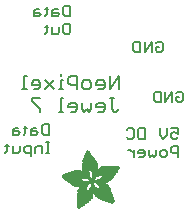
<source format=gbr>
G04 EAGLE Gerber RS-274X export*
G75*
%MOMM*%
%FSLAX34Y34*%
%LPD*%
%INSilkscreen Bottom*%
%IPPOS*%
%AMOC8*
5,1,8,0,0,1.08239X$1,22.5*%
G01*
%ADD10C,0.127000*%
%ADD11C,0.152400*%
%ADD12R,0.068600X0.007600*%
%ADD13R,0.114300X0.007600*%
%ADD14R,0.152400X0.007700*%
%ADD15R,0.182900X0.007600*%
%ADD16R,0.205700X0.007600*%
%ADD17R,0.228600X0.007600*%
%ADD18R,0.259100X0.007600*%
%ADD19R,0.274300X0.007700*%
%ADD20R,0.289500X0.007600*%
%ADD21R,0.304800X0.007600*%
%ADD22R,0.320100X0.007600*%
%ADD23R,0.342900X0.007600*%
%ADD24R,0.350500X0.007700*%
%ADD25R,0.365800X0.007600*%
%ADD26R,0.381000X0.007600*%
%ADD27R,0.388600X0.007600*%
%ADD28R,0.403800X0.007600*%
%ADD29R,0.419100X0.007700*%
%ADD30R,0.426700X0.007600*%
%ADD31R,0.441900X0.007600*%
%ADD32R,0.449600X0.007600*%
%ADD33R,0.464800X0.007600*%
%ADD34R,0.480000X0.007700*%
%ADD35R,0.487600X0.007600*%
%ADD36R,0.495300X0.007600*%
%ADD37R,0.510500X0.007600*%
%ADD38R,0.518100X0.007600*%
%ADD39R,0.525700X0.007700*%
%ADD40R,0.541000X0.007600*%
%ADD41R,0.548600X0.007600*%
%ADD42R,0.563800X0.007600*%
%ADD43R,0.571500X0.007600*%
%ADD44R,0.579100X0.007700*%
%ADD45R,0.594300X0.007600*%
%ADD46R,0.601900X0.007600*%
%ADD47R,0.609600X0.007600*%
%ADD48R,0.624800X0.007600*%
%ADD49R,0.632400X0.007700*%
%ADD50R,0.640000X0.007600*%
%ADD51R,0.655300X0.007600*%
%ADD52R,0.662900X0.007600*%
%ADD53R,0.678100X0.007600*%
%ADD54R,0.685800X0.007700*%
%ADD55R,0.693400X0.007600*%
%ADD56R,0.708600X0.007600*%
%ADD57R,0.716200X0.007600*%
%ADD58R,0.723900X0.007600*%
%ADD59R,0.739100X0.007700*%
%ADD60R,0.746700X0.007600*%
%ADD61R,0.754300X0.007600*%
%ADD62R,0.769600X0.007600*%
%ADD63R,0.777200X0.007600*%
%ADD64R,0.792400X0.007700*%
%ADD65R,0.800100X0.007600*%
%ADD66R,0.807700X0.007600*%
%ADD67R,0.822900X0.007600*%
%ADD68R,0.830500X0.007600*%
%ADD69R,0.838200X0.007700*%
%ADD70R,0.091500X0.007600*%
%ADD71R,0.853400X0.007600*%
%ADD72R,0.144700X0.007600*%
%ADD73R,0.861000X0.007600*%
%ADD74R,0.190500X0.007600*%
%ADD75R,0.876300X0.007600*%
%ADD76R,0.221000X0.007600*%
%ADD77R,0.883900X0.007600*%
%ADD78R,0.259000X0.007700*%
%ADD79R,0.891500X0.007700*%
%ADD80R,0.289600X0.007600*%
%ADD81R,0.906700X0.007600*%
%ADD82R,0.914400X0.007600*%
%ADD83R,0.350500X0.007600*%
%ADD84R,0.922000X0.007600*%
%ADD85R,0.937200X0.007600*%
%ADD86R,0.411400X0.007700*%
%ADD87R,0.944800X0.007700*%
%ADD88R,0.434300X0.007600*%
%ADD89R,0.952500X0.007600*%
%ADD90R,0.464900X0.007600*%
%ADD91R,0.967700X0.007600*%
%ADD92R,0.975300X0.007600*%
%ADD93R,0.518200X0.007600*%
%ADD94R,0.990600X0.007600*%
%ADD95R,0.548600X0.007700*%
%ADD96R,0.998200X0.007700*%
%ADD97R,1.005800X0.007600*%
%ADD98R,0.594400X0.007600*%
%ADD99R,1.021000X0.007600*%
%ADD100R,0.617200X0.007600*%
%ADD101R,1.028700X0.007600*%
%ADD102R,0.647700X0.007600*%
%ADD103R,1.036300X0.007600*%
%ADD104R,0.670500X0.007700*%
%ADD105R,1.051500X0.007700*%
%ADD106R,1.059100X0.007600*%
%ADD107R,0.716300X0.007600*%
%ADD108R,1.066800X0.007600*%
%ADD109R,0.739100X0.007600*%
%ADD110R,1.074400X0.007600*%
%ADD111R,0.762000X0.007600*%
%ADD112R,1.089600X0.007600*%
%ADD113R,0.784800X0.007700*%
%ADD114R,1.097200X0.007700*%
%ADD115R,1.104900X0.007600*%
%ADD116R,0.830600X0.007600*%
%ADD117R,1.112500X0.007600*%
%ADD118R,0.845800X0.007600*%
%ADD119R,1.120100X0.007600*%
%ADD120R,0.868700X0.007600*%
%ADD121R,1.127700X0.007600*%
%ADD122R,1.135300X0.007700*%
%ADD123R,1.143000X0.007600*%
%ADD124R,0.944900X0.007600*%
%ADD125R,1.150600X0.007600*%
%ADD126R,0.960100X0.007600*%
%ADD127R,1.158200X0.007600*%
%ADD128R,0.983000X0.007600*%
%ADD129R,1.165800X0.007600*%
%ADD130R,1.005900X0.007700*%
%ADD131R,1.173400X0.007700*%
%ADD132R,1.021100X0.007600*%
%ADD133R,1.181100X0.007600*%
%ADD134R,1.044000X0.007600*%
%ADD135R,1.188700X0.007600*%
%ADD136R,1.196300X0.007600*%
%ADD137R,1.082000X0.007600*%
%ADD138R,1.203900X0.007600*%
%ADD139R,1.104900X0.007700*%
%ADD140R,1.211500X0.007700*%
%ADD141R,1.211500X0.007600*%
%ADD142R,1.219200X0.007600*%
%ADD143R,1.226800X0.007600*%
%ADD144R,1.234400X0.007600*%
%ADD145R,1.188700X0.007700*%
%ADD146R,1.242000X0.007700*%
%ADD147R,1.242000X0.007600*%
%ADD148R,1.211600X0.007600*%
%ADD149R,1.249600X0.007600*%
%ADD150R,1.257300X0.007600*%
%ADD151R,1.264900X0.007600*%
%ADD152R,1.242100X0.007700*%
%ADD153R,1.264900X0.007700*%
%ADD154R,1.272500X0.007600*%
%ADD155R,1.265000X0.007600*%
%ADD156R,1.280100X0.007600*%
%ADD157R,1.272600X0.007600*%
%ADD158R,1.287700X0.007600*%
%ADD159R,1.287800X0.007600*%
%ADD160R,1.295400X0.007700*%
%ADD161R,1.303000X0.007600*%
%ADD162R,1.318200X0.007600*%
%ADD163R,1.310600X0.007600*%
%ADD164R,1.325900X0.007600*%
%ADD165R,1.341100X0.007700*%
%ADD166R,1.318200X0.007700*%
%ADD167R,1.341100X0.007600*%
%ADD168R,1.325800X0.007600*%
%ADD169R,1.348700X0.007600*%
%ADD170R,1.364000X0.007600*%
%ADD171R,1.333500X0.007600*%
%ADD172R,1.371600X0.007700*%
%ADD173R,1.379200X0.007600*%
%ADD174R,1.379300X0.007600*%
%ADD175R,1.386900X0.007600*%
%ADD176R,1.394500X0.007600*%
%ADD177R,1.356300X0.007600*%
%ADD178R,1.394400X0.007700*%
%ADD179R,1.356300X0.007700*%
%ADD180R,1.402000X0.007600*%
%ADD181R,1.409700X0.007600*%
%ADD182R,1.363900X0.007600*%
%ADD183R,1.417300X0.007600*%
%ADD184R,1.371600X0.007600*%
%ADD185R,1.424900X0.007700*%
%ADD186R,1.424900X0.007600*%
%ADD187R,1.432600X0.007600*%
%ADD188R,1.440200X0.007600*%
%ADD189R,1.386800X0.007600*%
%ADD190R,1.447800X0.007700*%
%ADD191R,1.386800X0.007700*%
%ADD192R,1.447800X0.007600*%
%ADD193R,1.455500X0.007600*%
%ADD194R,1.394400X0.007600*%
%ADD195R,1.463100X0.007600*%
%ADD196R,1.455400X0.007700*%
%ADD197R,1.463000X0.007600*%
%ADD198R,1.470600X0.007600*%
%ADD199R,1.470600X0.007700*%
%ADD200R,1.409700X0.007700*%
%ADD201R,1.470700X0.007600*%
%ADD202R,1.402100X0.007600*%
%ADD203R,1.478300X0.007600*%
%ADD204R,1.478300X0.007700*%
%ADD205R,1.402100X0.007700*%
%ADD206R,1.485900X0.007600*%
%ADD207R,1.485900X0.007700*%
%ADD208R,1.493500X0.007700*%
%ADD209R,1.493500X0.007600*%
%ADD210R,1.394500X0.007700*%
%ADD211R,1.493600X0.007700*%
%ADD212R,1.386900X0.007700*%
%ADD213R,1.379200X0.007700*%
%ADD214R,2.857500X0.007700*%
%ADD215R,2.857500X0.007600*%
%ADD216R,2.849900X0.007600*%
%ADD217R,2.842300X0.007600*%
%ADD218R,2.834700X0.007700*%
%ADD219R,2.827000X0.007600*%
%ADD220R,2.819400X0.007600*%
%ADD221R,2.811800X0.007600*%
%ADD222R,2.811800X0.007700*%
%ADD223R,2.804100X0.007600*%
%ADD224R,2.796500X0.007600*%
%ADD225R,1.966000X0.007600*%
%ADD226R,1.943100X0.007600*%
%ADD227R,0.754400X0.007600*%
%ADD228R,1.927900X0.007700*%
%ADD229R,0.746700X0.007700*%
%ADD230R,1.912600X0.007600*%
%ADD231R,0.731500X0.007600*%
%ADD232R,1.905000X0.007600*%
%ADD233R,1.882200X0.007600*%
%ADD234R,1.874600X0.007600*%
%ADD235R,1.866900X0.007700*%
%ADD236R,0.708700X0.007700*%
%ADD237R,1.851600X0.007600*%
%ADD238R,0.701100X0.007600*%
%ADD239R,1.844000X0.007600*%
%ADD240R,1.836400X0.007600*%
%ADD241R,1.821200X0.007600*%
%ADD242R,0.685800X0.007600*%
%ADD243R,1.813500X0.007700*%
%ADD244R,1.805900X0.007600*%
%ADD245R,0.678200X0.007600*%
%ADD246R,1.790700X0.007600*%
%ADD247R,0.670600X0.007600*%
%ADD248R,1.775500X0.007600*%
%ADD249R,1.767900X0.007700*%
%ADD250R,0.663000X0.007700*%
%ADD251R,1.760200X0.007600*%
%ADD252R,1.752600X0.007600*%
%ADD253R,0.937300X0.007600*%
%ADD254R,0.792500X0.007600*%
%ADD255R,0.899100X0.007600*%
%ADD256R,0.883900X0.007700*%
%ADD257R,0.716300X0.007700*%
%ADD258R,0.647700X0.007700*%
%ADD259R,0.640100X0.007600*%
%ADD260R,0.632500X0.007600*%
%ADD261R,0.655400X0.007600*%
%ADD262R,0.632400X0.007600*%
%ADD263R,0.845800X0.007700*%
%ADD264R,0.617200X0.007700*%
%ADD265R,0.624800X0.007700*%
%ADD266R,0.602000X0.007600*%
%ADD267R,0.838200X0.007600*%
%ADD268R,0.586700X0.007600*%
%ADD269R,0.548700X0.007600*%
%ADD270R,0.830500X0.007700*%
%ADD271R,0.541000X0.007700*%
%ADD272R,0.594300X0.007700*%
%ADD273R,0.525800X0.007600*%
%ADD274R,0.586800X0.007600*%
%ADD275R,0.815300X0.007600*%
%ADD276R,0.579200X0.007600*%
%ADD277R,0.815400X0.007600*%
%ADD278R,0.815400X0.007700*%
%ADD279R,0.571500X0.007700*%
%ADD280R,0.807800X0.007600*%
%ADD281R,0.563900X0.007600*%
%ADD282R,0.457200X0.007600*%
%ADD283R,0.442000X0.007600*%
%ADD284R,0.556300X0.007600*%
%ADD285R,0.807700X0.007700*%
%ADD286R,0.411500X0.007600*%
%ADD287R,0.533400X0.007600*%
%ADD288R,0.076200X0.007600*%
%ADD289R,0.403900X0.007600*%
%ADD290R,0.525700X0.007600*%
%ADD291R,0.388700X0.007600*%
%ADD292R,0.297200X0.007600*%
%ADD293R,0.373400X0.007700*%
%ADD294R,0.503000X0.007700*%
%ADD295R,0.426800X0.007700*%
%ADD296R,0.358100X0.007600*%
%ADD297R,0.502900X0.007600*%
%ADD298R,0.472400X0.007600*%
%ADD299R,0.487700X0.007600*%
%ADD300R,0.335300X0.007600*%
%ADD301R,0.792500X0.007700*%
%ADD302R,0.327600X0.007700*%
%ADD303R,0.472400X0.007700*%
%ADD304R,0.640000X0.007700*%
%ADD305R,0.784800X0.007600*%
%ADD306R,0.320000X0.007600*%
%ADD307R,0.792400X0.007600*%
%ADD308R,1.173400X0.007600*%
%ADD309R,1.196400X0.007600*%
%ADD310R,0.784900X0.007600*%
%ADD311R,0.784900X0.007700*%
%ADD312R,0.297200X0.007700*%
%ADD313R,1.249700X0.007600*%
%ADD314R,0.281900X0.007600*%
%ADD315R,1.295400X0.007600*%
%ADD316R,0.266700X0.007600*%
%ADD317R,0.777300X0.007700*%
%ADD318R,0.266700X0.007700*%
%ADD319R,1.333500X0.007700*%
%ADD320R,0.777300X0.007600*%
%ADD321R,1.348800X0.007600*%
%ADD322R,0.251500X0.007600*%
%ADD323R,0.243900X0.007700*%
%ADD324R,0.243900X0.007600*%
%ADD325R,1.440100X0.007600*%
%ADD326R,0.236200X0.007600*%
%ADD327R,0.762000X0.007700*%
%ADD328R,0.236200X0.007700*%
%ADD329R,1.508700X0.007700*%
%ADD330R,1.531600X0.007600*%
%ADD331R,1.546900X0.007600*%
%ADD332R,1.569700X0.007600*%
%ADD333R,1.585000X0.007600*%
%ADD334R,0.746800X0.007700*%
%ADD335R,1.607800X0.007700*%
%ADD336R,0.243800X0.007600*%
%ADD337R,1.630700X0.007600*%
%ADD338R,1.653500X0.007600*%
%ADD339R,0.739200X0.007600*%
%ADD340R,1.684000X0.007600*%
%ADD341R,2.019300X0.007600*%
%ADD342R,0.731500X0.007700*%
%ADD343R,2.026900X0.007700*%
%ADD344R,2.049800X0.007600*%
%ADD345R,2.057400X0.007600*%
%ADD346R,0.708700X0.007600*%
%ADD347R,2.072600X0.007600*%
%ADD348R,0.701000X0.007600*%
%ADD349R,2.095500X0.007600*%
%ADD350R,0.693500X0.007700*%
%ADD351R,2.110800X0.007700*%
%ADD352R,2.141200X0.007600*%
%ADD353R,0.060900X0.007600*%
%ADD354R,2.872700X0.007600*%
%ADD355R,3.124200X0.007600*%
%ADD356R,3.177600X0.007600*%
%ADD357R,3.215600X0.007700*%
%ADD358R,3.253700X0.007600*%
%ADD359R,3.284300X0.007600*%
%ADD360R,3.314700X0.007600*%
%ADD361R,3.352800X0.007600*%
%ADD362R,3.375600X0.007700*%
%ADD363R,3.406200X0.007600*%
%ADD364R,3.429000X0.007600*%
%ADD365R,3.451800X0.007600*%
%ADD366R,3.482400X0.007600*%
%ADD367R,1.828800X0.007700*%
%ADD368R,1.539300X0.007700*%
%ADD369R,1.767900X0.007600*%
%ADD370R,1.767800X0.007600*%
%ADD371R,1.760200X0.007700*%
%ADD372R,1.760300X0.007600*%
%ADD373R,1.775400X0.007700*%
%ADD374R,1.379300X0.007700*%
%ADD375R,1.783000X0.007600*%
%ADD376R,1.813500X0.007600*%
%ADD377R,1.821100X0.007700*%
%ADD378R,0.503000X0.007600*%
%ADD379R,1.135400X0.007600*%
%ADD380R,1.127700X0.007700*%
%ADD381R,0.487700X0.007700*%
%ADD382R,1.120200X0.007600*%
%ADD383R,1.097300X0.007600*%
%ADD384R,0.510600X0.007600*%
%ADD385R,1.074400X0.007700*%
%ADD386R,0.525800X0.007700*%
%ADD387R,1.440200X0.007700*%
%ADD388R,1.059200X0.007600*%
%ADD389R,1.051600X0.007600*%
%ADD390R,1.051500X0.007600*%
%ADD391R,1.043900X0.007700*%
%ADD392R,0.602000X0.007700*%
%ADD393R,1.524000X0.007600*%
%ADD394R,1.539300X0.007600*%
%ADD395R,1.592600X0.007600*%
%ADD396R,1.021100X0.007700*%
%ADD397R,1.615400X0.007700*%
%ADD398R,1.013400X0.007600*%
%ADD399R,1.653600X0.007600*%
%ADD400R,1.013500X0.007600*%
%ADD401R,1.699300X0.007600*%
%ADD402R,2.743200X0.007600*%
%ADD403R,1.005900X0.007600*%
%ADD404R,2.415500X0.007600*%
%ADD405R,1.005800X0.007700*%
%ADD406R,0.281900X0.007700*%
%ADD407R,2.408000X0.007700*%
%ADD408R,2.407900X0.007600*%
%ADD409R,0.998200X0.007600*%
%ADD410R,0.282000X0.007600*%
%ADD411R,0.998300X0.007600*%
%ADD412R,2.400300X0.007600*%
%ADD413R,0.289500X0.007700*%
%ADD414R,2.400300X0.007700*%
%ADD415R,0.297100X0.007600*%
%ADD416R,0.312400X0.007600*%
%ADD417R,2.392700X0.007600*%
%ADD418R,0.990600X0.007700*%
%ADD419R,0.327700X0.007700*%
%ADD420R,2.392700X0.007700*%
%ADD421R,2.385100X0.007600*%
%ADD422R,0.381000X0.007700*%
%ADD423R,2.377400X0.007700*%
%ADD424R,2.377400X0.007600*%
%ADD425R,2.369800X0.007600*%
%ADD426R,0.419100X0.007600*%
%ADD427R,2.362200X0.007600*%
%ADD428R,0.426800X0.007600*%
%ADD429R,1.036300X0.007700*%
%ADD430R,0.442000X0.007700*%
%ADD431R,2.354600X0.007700*%
%ADD432R,2.354600X0.007600*%
%ADD433R,0.480100X0.007600*%
%ADD434R,2.347000X0.007600*%
%ADD435R,1.074500X0.007600*%
%ADD436R,2.339400X0.007600*%
%ADD437R,1.082100X0.007700*%
%ADD438R,0.548700X0.007700*%
%ADD439R,2.331800X0.007700*%
%ADD440R,2.331800X0.007600*%
%ADD441R,0.624900X0.007600*%
%ADD442R,2.324100X0.007600*%
%ADD443R,1.859300X0.007600*%
%ADD444R,2.308800X0.007600*%
%ADD445R,2.301200X0.007700*%
%ADD446R,2.301200X0.007600*%
%ADD447R,2.293600X0.007600*%
%ADD448R,2.278400X0.007600*%
%ADD449R,1.889800X0.007600*%
%ADD450R,2.270700X0.007600*%
%ADD451R,1.897400X0.007700*%
%ADD452R,2.255500X0.007700*%
%ADD453R,1.897400X0.007600*%
%ADD454R,2.247900X0.007600*%
%ADD455R,2.232600X0.007600*%
%ADD456R,1.912700X0.007600*%
%ADD457R,2.209800X0.007600*%
%ADD458R,1.920300X0.007600*%
%ADD459R,2.186900X0.007600*%
%ADD460R,1.920300X0.007700*%
%ADD461R,2.171700X0.007700*%
%ADD462R,1.935500X0.007600*%
%ADD463R,2.148800X0.007600*%
%ADD464R,2.126000X0.007600*%
%ADD465R,1.950700X0.007600*%
%ADD466R,1.958400X0.007700*%
%ADD467R,2.042200X0.007700*%
%ADD468R,1.973600X0.007600*%
%ADD469R,1.996500X0.007600*%
%ADD470R,1.981200X0.007600*%
%ADD471R,1.988800X0.007600*%
%ADD472R,1.996400X0.007700*%
%ADD473R,1.996400X0.007600*%
%ADD474R,2.004100X0.007600*%
%ADD475R,1.874500X0.007600*%
%ADD476R,1.425000X0.007600*%
%ADD477R,2.026900X0.007600*%
%ADD478R,0.434400X0.007700*%
%ADD479R,1.364000X0.007700*%
%ADD480R,2.034500X0.007600*%
%ADD481R,0.434400X0.007600*%
%ADD482R,2.049700X0.007600*%
%ADD483R,2.065000X0.007700*%
%ADD484R,0.464800X0.007700*%
%ADD485R,1.196300X0.007700*%
%ADD486R,2.080300X0.007600*%
%ADD487R,1.158300X0.007600*%
%ADD488R,2.087900X0.007600*%
%ADD489R,0.472500X0.007600*%
%ADD490R,2.103100X0.007600*%
%ADD491R,2.118400X0.007600*%
%ADD492R,2.133600X0.007600*%
%ADD493R,2.148800X0.007700*%
%ADD494R,2.164000X0.007600*%
%ADD495R,2.171700X0.007600*%
%ADD496R,2.187000X0.007600*%
%ADD497R,0.556200X0.007600*%
%ADD498R,2.202200X0.007700*%
%ADD499R,0.556200X0.007700*%
%ADD500R,0.640100X0.007700*%
%ADD501R,0.579100X0.007600*%
%ADD502R,0.480000X0.007600*%
%ADD503R,1.752600X0.007700*%
%ADD504R,0.487600X0.007700*%
%ADD505R,0.594400X0.007700*%
%ADD506R,0.358100X0.007700*%
%ADD507R,0.099000X0.007600*%
%ADD508R,1.280200X0.007600*%
%ADD509R,1.745000X0.007600*%
%ADD510R,1.744900X0.007600*%
%ADD511R,1.737300X0.007700*%
%ADD512R,1.737400X0.007600*%
%ADD513R,1.729800X0.007600*%
%ADD514R,1.722200X0.007600*%
%ADD515R,1.722100X0.007600*%
%ADD516R,1.714500X0.007700*%
%ADD517R,1.356400X0.007700*%
%ADD518R,1.706900X0.007600*%
%ADD519R,1.356400X0.007600*%
%ADD520R,1.691700X0.007600*%
%ADD521R,1.668800X0.007700*%
%ADD522R,1.645900X0.007600*%
%ADD523R,1.623100X0.007600*%
%ADD524R,1.577400X0.007600*%
%ADD525R,1.554400X0.007600*%
%ADD526R,1.539200X0.007600*%
%ADD527R,1.524000X0.007700*%
%ADD528R,1.501100X0.007600*%
%ADD529R,1.455400X0.007600*%
%ADD530R,1.348800X0.007700*%
%ADD531R,1.318300X0.007600*%
%ADD532R,1.310600X0.007700*%
%ADD533R,1.287800X0.007700*%
%ADD534R,1.234500X0.007600*%
%ADD535R,1.226900X0.007600*%
%ADD536R,1.173500X0.007700*%
%ADD537R,1.173500X0.007600*%
%ADD538R,1.165900X0.007600*%
%ADD539R,1.143000X0.007700*%
%ADD540R,1.127800X0.007600*%
%ADD541R,1.097200X0.007600*%
%ADD542R,1.028700X0.007700*%
%ADD543R,0.982900X0.007600*%
%ADD544R,0.952500X0.007700*%
%ADD545R,0.929600X0.007600*%
%ADD546R,0.906800X0.007700*%
%ADD547R,0.906800X0.007600*%
%ADD548R,0.899200X0.007600*%
%ADD549R,0.884000X0.007600*%
%ADD550R,0.876300X0.007700*%
%ADD551R,0.830600X0.007700*%
%ADD552R,0.754400X0.007700*%
%ADD553R,0.746800X0.007600*%
%ADD554R,0.708600X0.007700*%
%ADD555R,0.678200X0.007700*%
%ADD556R,0.663000X0.007600*%
%ADD557R,0.632500X0.007700*%
%ADD558R,0.556300X0.007700*%
%ADD559R,0.518200X0.007700*%
%ADD560R,0.434300X0.007700*%
%ADD561R,0.396300X0.007700*%
%ADD562R,0.373300X0.007600*%
%ADD563R,0.365700X0.007600*%
%ADD564R,0.327700X0.007600*%
%ADD565R,0.304800X0.007700*%
%ADD566R,0.274300X0.007600*%
%ADD567R,0.243800X0.007700*%
%ADD568R,0.205800X0.007600*%
%ADD569R,0.152400X0.007600*%
%ADD570R,0.121900X0.007700*%


D10*
X-33485Y-23877D02*
X-33485Y-32775D01*
X-37934Y-32775D01*
X-39417Y-31292D01*
X-39417Y-25360D01*
X-37934Y-23877D01*
X-33485Y-23877D01*
X-44323Y-26843D02*
X-47289Y-26843D01*
X-48772Y-28326D01*
X-48772Y-32775D01*
X-44323Y-32775D01*
X-42840Y-31292D01*
X-44323Y-29809D01*
X-48772Y-29809D01*
X-53678Y-31292D02*
X-53678Y-25360D01*
X-53678Y-31292D02*
X-55161Y-32775D01*
X-55161Y-26843D02*
X-52195Y-26843D01*
X-59915Y-26843D02*
X-62881Y-26843D01*
X-64364Y-28326D01*
X-64364Y-32775D01*
X-59915Y-32775D01*
X-58432Y-31292D01*
X-59915Y-29809D01*
X-64364Y-29809D01*
X-36451Y-48015D02*
X-33485Y-48015D01*
X-34968Y-48015D02*
X-34968Y-39117D01*
X-33485Y-39117D02*
X-36451Y-39117D01*
X-39722Y-42083D02*
X-39722Y-48015D01*
X-39722Y-42083D02*
X-44171Y-42083D01*
X-45654Y-43566D01*
X-45654Y-48015D01*
X-49077Y-50981D02*
X-49077Y-42083D01*
X-53526Y-42083D01*
X-55009Y-43566D01*
X-55009Y-46532D01*
X-53526Y-48015D01*
X-49077Y-48015D01*
X-58432Y-46532D02*
X-58432Y-42083D01*
X-58432Y-46532D02*
X-59915Y-48015D01*
X-64364Y-48015D01*
X-64364Y-42083D01*
X-69270Y-40600D02*
X-69270Y-46532D01*
X-70753Y-48015D01*
X-70753Y-42083D02*
X-67787Y-42083D01*
X-15585Y67775D02*
X-15585Y76673D01*
X-15585Y67775D02*
X-20034Y67775D01*
X-21517Y69258D01*
X-21517Y75190D01*
X-20034Y76673D01*
X-15585Y76673D01*
X-26423Y73707D02*
X-29389Y73707D01*
X-30872Y72224D01*
X-30872Y67775D01*
X-26423Y67775D01*
X-24940Y69258D01*
X-26423Y70741D01*
X-30872Y70741D01*
X-35778Y69258D02*
X-35778Y75190D01*
X-35778Y69258D02*
X-37261Y67775D01*
X-37261Y73707D02*
X-34295Y73707D01*
X-42015Y73707D02*
X-44981Y73707D01*
X-46464Y72224D01*
X-46464Y67775D01*
X-42015Y67775D01*
X-40532Y69258D01*
X-42015Y70741D01*
X-46464Y70741D01*
X-20034Y61433D02*
X-17068Y61433D01*
X-15585Y59950D01*
X-15585Y54018D01*
X-17068Y52535D01*
X-20034Y52535D01*
X-21517Y54018D01*
X-21517Y59950D01*
X-20034Y61433D01*
X-24940Y58467D02*
X-24940Y54018D01*
X-26423Y52535D01*
X-30872Y52535D01*
X-30872Y58467D01*
X-35778Y59950D02*
X-35778Y54018D01*
X-37261Y52535D01*
X-37261Y58467D02*
X-34295Y58467D01*
X73733Y2350D02*
X75216Y3833D01*
X78182Y3833D01*
X79665Y2350D01*
X79665Y-3582D01*
X78182Y-5065D01*
X75216Y-5065D01*
X73733Y-3582D01*
X73733Y-616D01*
X76699Y-616D01*
X70310Y-5065D02*
X70310Y3833D01*
X64378Y-5065D01*
X64378Y3833D01*
X60955Y3833D02*
X60955Y-5065D01*
X56506Y-5065D01*
X55023Y-3582D01*
X55023Y2350D01*
X56506Y3833D01*
X60955Y3833D01*
X69451Y-27397D02*
X75382Y-27397D01*
X75382Y-31846D01*
X72416Y-30363D01*
X70934Y-30363D01*
X69451Y-31846D01*
X69451Y-34812D01*
X70934Y-36295D01*
X73899Y-36295D01*
X75382Y-34812D01*
X66027Y-33329D02*
X66027Y-27397D01*
X66027Y-33329D02*
X63061Y-36295D01*
X60095Y-33329D01*
X60095Y-27397D01*
X47317Y-27397D02*
X47317Y-36295D01*
X42868Y-36295D01*
X41385Y-34812D01*
X41385Y-28880D01*
X42868Y-27397D01*
X47317Y-27397D01*
X33513Y-27397D02*
X32030Y-28880D01*
X33513Y-27397D02*
X36479Y-27397D01*
X37962Y-28880D01*
X37962Y-34812D01*
X36479Y-36295D01*
X33513Y-36295D01*
X32030Y-34812D01*
X75382Y-42637D02*
X75382Y-51535D01*
X75382Y-42637D02*
X70934Y-42637D01*
X69451Y-44120D01*
X69451Y-47086D01*
X70934Y-48569D01*
X75382Y-48569D01*
X64544Y-51535D02*
X61578Y-51535D01*
X60095Y-50052D01*
X60095Y-47086D01*
X61578Y-45603D01*
X64544Y-45603D01*
X66027Y-47086D01*
X66027Y-50052D01*
X64544Y-51535D01*
X56672Y-50052D02*
X56672Y-45603D01*
X56672Y-50052D02*
X55189Y-51535D01*
X53706Y-50052D01*
X52223Y-51535D01*
X50740Y-50052D01*
X50740Y-45603D01*
X45834Y-51535D02*
X42868Y-51535D01*
X45834Y-51535D02*
X47317Y-50052D01*
X47317Y-47086D01*
X45834Y-45603D01*
X42868Y-45603D01*
X41385Y-47086D01*
X41385Y-48569D01*
X47317Y-48569D01*
X37962Y-51535D02*
X37962Y-45603D01*
X37962Y-48569D02*
X34996Y-45603D01*
X33513Y-45603D01*
X56543Y44620D02*
X58026Y46103D01*
X60992Y46103D01*
X62475Y44620D01*
X62475Y38688D01*
X60992Y37205D01*
X58026Y37205D01*
X56543Y38688D01*
X56543Y41654D01*
X59509Y41654D01*
X53120Y37205D02*
X53120Y46103D01*
X47188Y37205D01*
X47188Y46103D01*
X43765Y46103D02*
X43765Y37205D01*
X39316Y37205D01*
X37833Y38688D01*
X37833Y44620D01*
X39316Y46103D01*
X43765Y46103D01*
D11*
X25304Y17028D02*
X25304Y5842D01*
X17847Y5842D02*
X25304Y17028D01*
X17847Y17028D02*
X17847Y5842D01*
X11746Y5842D02*
X8017Y5842D01*
X11746Y5842D02*
X13610Y7706D01*
X13610Y11435D01*
X11746Y13299D01*
X8017Y13299D01*
X6153Y11435D01*
X6153Y9571D01*
X13610Y9571D01*
X52Y5842D02*
X-3677Y5842D01*
X-5541Y7706D01*
X-5541Y11435D01*
X-3677Y13299D01*
X52Y13299D01*
X1916Y11435D01*
X1916Y7706D01*
X52Y5842D01*
X-9778Y5842D02*
X-9778Y17028D01*
X-15371Y17028D01*
X-17235Y15163D01*
X-17235Y11435D01*
X-15371Y9571D01*
X-9778Y9571D01*
X-21472Y13299D02*
X-23336Y13299D01*
X-23336Y5842D01*
X-21472Y5842D02*
X-25200Y5842D01*
X-23336Y17028D02*
X-23336Y18892D01*
X-29268Y13299D02*
X-36725Y5842D01*
X-29268Y5842D02*
X-36725Y13299D01*
X-42826Y5842D02*
X-46555Y5842D01*
X-42826Y5842D02*
X-40962Y7706D01*
X-40962Y11435D01*
X-42826Y13299D01*
X-46555Y13299D01*
X-48419Y11435D01*
X-48419Y9571D01*
X-40962Y9571D01*
X-52656Y17028D02*
X-54520Y17028D01*
X-54520Y5842D01*
X-52656Y5842D02*
X-56384Y5842D01*
X23440Y-13208D02*
X25304Y-11344D01*
X23440Y-13208D02*
X21575Y-13208D01*
X19711Y-11344D01*
X19711Y-2022D01*
X21575Y-2022D02*
X17847Y-2022D01*
X11746Y-13208D02*
X8017Y-13208D01*
X11746Y-13208D02*
X13610Y-11344D01*
X13610Y-7615D01*
X11746Y-5751D01*
X8017Y-5751D01*
X6153Y-7615D01*
X6153Y-9480D01*
X13610Y-9480D01*
X1916Y-11344D02*
X1916Y-5751D01*
X1916Y-11344D02*
X52Y-13208D01*
X-1813Y-11344D01*
X-3677Y-13208D01*
X-5541Y-11344D01*
X-5541Y-5751D01*
X-11642Y-13208D02*
X-15371Y-13208D01*
X-11642Y-13208D02*
X-9778Y-11344D01*
X-9778Y-7615D01*
X-11642Y-5751D01*
X-15371Y-5751D01*
X-17235Y-7615D01*
X-17235Y-9480D01*
X-9778Y-9480D01*
X-21472Y-2022D02*
X-23336Y-2022D01*
X-23336Y-13208D01*
X-21472Y-13208D02*
X-25200Y-13208D01*
X-40962Y-2022D02*
X-48419Y-2022D01*
X-48419Y-3887D01*
X-40962Y-11344D01*
X-40962Y-13208D01*
D12*
X-8188Y-95470D03*
D13*
X-8188Y-95394D03*
D14*
X-8150Y-95318D03*
D15*
X-8150Y-95241D03*
D16*
X-8188Y-95165D03*
D17*
X-8150Y-95089D03*
D18*
X-8150Y-95013D03*
D19*
X-8150Y-94937D03*
D20*
X-8150Y-94860D03*
D21*
X-8073Y-94784D03*
D22*
X-8074Y-94708D03*
D23*
X-8036Y-94632D03*
D24*
X-7998Y-94556D03*
D25*
X-7997Y-94479D03*
D26*
X-7921Y-94403D03*
D27*
X-7883Y-94327D03*
D28*
X-7883Y-94251D03*
D29*
X-7807Y-94175D03*
D30*
X-7769Y-94098D03*
D31*
X-7693Y-94022D03*
D32*
X-7654Y-93946D03*
D33*
X-7654Y-93870D03*
D34*
X-7578Y-93794D03*
D35*
X-7540Y-93717D03*
D36*
X-7502Y-93641D03*
D37*
X-7426Y-93565D03*
D38*
X-7388Y-93489D03*
D39*
X-7350Y-93413D03*
D40*
X-7273Y-93336D03*
D41*
X-7235Y-93260D03*
D42*
X-7159Y-93184D03*
D43*
X-7121Y-93108D03*
D44*
X-7083Y-93032D03*
D45*
X-7007Y-92955D03*
D46*
X-6969Y-92879D03*
D47*
X-6930Y-92803D03*
D48*
X-6854Y-92727D03*
D49*
X-6816Y-92651D03*
D50*
X-6778Y-92574D03*
D51*
X-6702Y-92498D03*
D52*
X-6664Y-92422D03*
D53*
X-6588Y-92346D03*
D54*
X-6549Y-92270D03*
D55*
X-6511Y-92193D03*
D56*
X-6435Y-92117D03*
D57*
X-6397Y-92041D03*
D58*
X-6359Y-91965D03*
D59*
X-6283Y-91889D03*
D60*
X-6245Y-91812D03*
D61*
X-6207Y-91736D03*
D62*
X-6130Y-91660D03*
D63*
X-6092Y-91584D03*
D64*
X-6016Y-91508D03*
D65*
X-5978Y-91431D03*
D66*
X-5940Y-91355D03*
D67*
X-5864Y-91279D03*
D68*
X-5826Y-91203D03*
D69*
X-5787Y-91127D03*
D70*
X19740Y-91050D03*
D71*
X-5711Y-91050D03*
D72*
X19702Y-90974D03*
D73*
X-5673Y-90974D03*
D74*
X19626Y-90898D03*
D75*
X-5597Y-90898D03*
D76*
X19549Y-90822D03*
D77*
X-5559Y-90822D03*
D78*
X19511Y-90746D03*
D79*
X-5521Y-90746D03*
D80*
X19435Y-90669D03*
D81*
X-5445Y-90669D03*
D22*
X19359Y-90593D03*
D82*
X-5406Y-90593D03*
D83*
X19283Y-90517D03*
D84*
X-5368Y-90517D03*
D26*
X19206Y-90441D03*
D85*
X-5292Y-90441D03*
D86*
X19130Y-90365D03*
D87*
X-5254Y-90365D03*
D88*
X19016Y-90288D03*
D89*
X-5216Y-90288D03*
D90*
X18940Y-90212D03*
D91*
X-5140Y-90212D03*
D36*
X18864Y-90136D03*
D92*
X-5102Y-90136D03*
D93*
X18749Y-90060D03*
D94*
X-5025Y-90060D03*
D95*
X18673Y-89984D03*
D96*
X-4987Y-89984D03*
D43*
X18559Y-89907D03*
D97*
X-4949Y-89907D03*
D98*
X18444Y-89831D03*
D99*
X-4873Y-89831D03*
D100*
X18330Y-89755D03*
D101*
X-4835Y-89755D03*
D102*
X18254Y-89679D03*
D103*
X-4797Y-89679D03*
D104*
X18140Y-89603D03*
D105*
X-4721Y-89603D03*
D55*
X18025Y-89526D03*
D106*
X-4683Y-89526D03*
D107*
X17911Y-89450D03*
D108*
X-4644Y-89450D03*
D109*
X17797Y-89374D03*
D110*
X-4606Y-89374D03*
D111*
X17682Y-89298D03*
D112*
X-4530Y-89298D03*
D113*
X17568Y-89222D03*
D114*
X-4492Y-89222D03*
D66*
X17454Y-89145D03*
D115*
X-4454Y-89145D03*
D116*
X17339Y-89069D03*
D117*
X-4416Y-89069D03*
D118*
X17187Y-88993D03*
D119*
X-4378Y-88993D03*
D120*
X17073Y-88917D03*
D121*
X-4340Y-88917D03*
D79*
X16959Y-88841D03*
D122*
X-4302Y-88841D03*
D84*
X16806Y-88764D03*
D123*
X-4263Y-88764D03*
D124*
X16692Y-88688D03*
D125*
X-4225Y-88688D03*
D126*
X16540Y-88612D03*
D127*
X-4187Y-88612D03*
D128*
X16425Y-88536D03*
D129*
X-4149Y-88536D03*
D130*
X16311Y-88460D03*
D131*
X-4111Y-88460D03*
D132*
X16159Y-88383D03*
D133*
X-4073Y-88383D03*
D134*
X16044Y-88307D03*
D135*
X-4035Y-88307D03*
D108*
X15930Y-88231D03*
D136*
X-3997Y-88231D03*
D137*
X15777Y-88155D03*
D138*
X-3959Y-88155D03*
D139*
X15663Y-88079D03*
D140*
X-3921Y-88079D03*
D119*
X15587Y-88002D03*
D141*
X-3921Y-88002D03*
D123*
X15472Y-87926D03*
D142*
X-3882Y-87926D03*
D125*
X15358Y-87850D03*
D143*
X-3844Y-87850D03*
D129*
X15282Y-87774D03*
D144*
X-3806Y-87774D03*
D145*
X15168Y-87698D03*
D146*
X-3768Y-87698D03*
D136*
X15054Y-87621D03*
D147*
X-3768Y-87621D03*
D148*
X14977Y-87545D03*
D149*
X-3730Y-87545D03*
D143*
X14901Y-87469D03*
D150*
X-3692Y-87469D03*
D143*
X14825Y-87393D03*
D151*
X-3654Y-87393D03*
D152*
X14749Y-87317D03*
D153*
X-3654Y-87317D03*
D150*
X14673Y-87240D03*
D154*
X-3616Y-87240D03*
D155*
X14558Y-87164D03*
D156*
X-3578Y-87164D03*
D157*
X14520Y-87088D03*
D158*
X-3540Y-87088D03*
D159*
X14444Y-87012D03*
D158*
X-3540Y-87012D03*
D160*
X14329Y-86936D03*
X-3501Y-86936D03*
D161*
X14291Y-86859D03*
X-3463Y-86859D03*
D162*
X14215Y-86783D03*
D161*
X-3463Y-86783D03*
D162*
X14139Y-86707D03*
D163*
X-3425Y-86707D03*
D164*
X14101Y-86631D03*
D163*
X-3425Y-86631D03*
D165*
X14025Y-86555D03*
D166*
X-3387Y-86555D03*
D167*
X13949Y-86478D03*
D168*
X-3349Y-86478D03*
D169*
X13911Y-86402D03*
D168*
X-3349Y-86402D03*
D170*
X13834Y-86326D03*
D171*
X-3311Y-86326D03*
D170*
X13758Y-86250D03*
D171*
X-3311Y-86250D03*
D172*
X13720Y-86174D03*
D165*
X-3273Y-86174D03*
D173*
X13682Y-86097D03*
D167*
X-3273Y-86097D03*
D174*
X13606Y-86021D03*
D169*
X-3235Y-86021D03*
D175*
X13568Y-85945D03*
D169*
X-3235Y-85945D03*
D176*
X13530Y-85869D03*
D177*
X-3197Y-85869D03*
D178*
X13453Y-85793D03*
D179*
X-3197Y-85793D03*
D180*
X13415Y-85716D03*
D177*
X-3197Y-85716D03*
D181*
X13377Y-85640D03*
D182*
X-3159Y-85640D03*
D181*
X13301Y-85564D03*
D182*
X-3159Y-85564D03*
D183*
X13263Y-85488D03*
D184*
X-3120Y-85488D03*
D185*
X13225Y-85412D03*
D172*
X-3120Y-85412D03*
D186*
X13149Y-85335D03*
D184*
X-3120Y-85335D03*
D187*
X13110Y-85259D03*
D173*
X-3082Y-85259D03*
D188*
X13072Y-85183D03*
D173*
X-3082Y-85183D03*
D188*
X12996Y-85107D03*
D189*
X-3044Y-85107D03*
D190*
X12958Y-85031D03*
D191*
X-3044Y-85031D03*
D192*
X12958Y-84954D03*
D189*
X-3044Y-84954D03*
D192*
X12882Y-84878D03*
D189*
X-3044Y-84878D03*
D193*
X12844Y-84802D03*
D194*
X-3006Y-84802D03*
D195*
X12806Y-84726D03*
D194*
X-3006Y-84726D03*
D196*
X12767Y-84650D03*
D178*
X-3006Y-84650D03*
D197*
X12729Y-84573D03*
D180*
X-2968Y-84573D03*
D198*
X12691Y-84497D03*
D180*
X-2968Y-84497D03*
D197*
X12653Y-84421D03*
D180*
X-2968Y-84421D03*
D198*
X12615Y-84345D03*
D180*
X-2968Y-84345D03*
D199*
X12615Y-84269D03*
D200*
X-2930Y-84269D03*
D201*
X12539Y-84192D03*
D202*
X-2892Y-84192D03*
D203*
X12501Y-84116D03*
D202*
X-2892Y-84116D03*
D203*
X12501Y-84040D03*
D202*
X-2892Y-84040D03*
D203*
X12425Y-83964D03*
D202*
X-2892Y-83964D03*
D204*
X12425Y-83888D03*
D205*
X-2892Y-83888D03*
D206*
X12387Y-83811D03*
D181*
X-2854Y-83811D03*
D203*
X12349Y-83735D03*
D181*
X-2854Y-83735D03*
D206*
X12311Y-83659D03*
D181*
X-2854Y-83659D03*
D206*
X12311Y-83583D03*
D181*
X-2854Y-83583D03*
D207*
X12234Y-83507D03*
D200*
X-2854Y-83507D03*
D206*
X12234Y-83430D03*
D181*
X-2854Y-83430D03*
D206*
X12234Y-83354D03*
D181*
X-2854Y-83354D03*
D206*
X12158Y-83278D03*
D202*
X-2816Y-83278D03*
D206*
X12158Y-83202D03*
D202*
X-2816Y-83202D03*
D208*
X12120Y-83126D03*
D205*
X-2816Y-83126D03*
D206*
X12082Y-83049D03*
D202*
X-2816Y-83049D03*
D206*
X12082Y-82973D03*
D202*
X-2816Y-82973D03*
D209*
X12044Y-82897D03*
D202*
X-2816Y-82897D03*
D206*
X12006Y-82821D03*
D202*
X-2816Y-82821D03*
D207*
X12006Y-82745D03*
D210*
X-2778Y-82745D03*
D209*
X11968Y-82668D03*
D176*
X-2778Y-82668D03*
D206*
X11930Y-82592D03*
D176*
X-2778Y-82592D03*
D206*
X11930Y-82516D03*
D176*
X-2778Y-82516D03*
D206*
X11930Y-82440D03*
D176*
X-2778Y-82440D03*
D211*
X11891Y-82364D03*
D212*
X-2740Y-82364D03*
D206*
X11853Y-82287D03*
D175*
X-2740Y-82287D03*
D206*
X11853Y-82211D03*
D175*
X-2740Y-82211D03*
D209*
X11815Y-82135D03*
D175*
X-2740Y-82135D03*
D206*
X11777Y-82059D03*
D173*
X-2701Y-82059D03*
D207*
X11777Y-81983D03*
D213*
X-2701Y-81983D03*
D209*
X11739Y-81906D03*
D173*
X-2701Y-81906D03*
D206*
X11701Y-81830D03*
D173*
X-2701Y-81830D03*
D206*
X11701Y-81754D03*
D184*
X-2663Y-81754D03*
D206*
X11701Y-81678D03*
D184*
X-2663Y-81678D03*
D214*
X4767Y-81602D03*
D215*
X4767Y-81525D03*
D216*
X4805Y-81449D03*
D217*
X4767Y-81373D03*
X4767Y-81297D03*
D218*
X4805Y-81221D03*
D219*
X4766Y-81144D03*
X4766Y-81068D03*
D220*
X4804Y-80992D03*
D221*
X4766Y-80916D03*
D222*
X4766Y-80840D03*
D223*
X4805Y-80763D03*
D224*
X4767Y-80687D03*
D225*
X8919Y-80611D03*
D62*
X-5292Y-80611D03*
D226*
X9034Y-80535D03*
D227*
X-5368Y-80535D03*
D228*
X9034Y-80459D03*
D229*
X-5407Y-80459D03*
D230*
X9110Y-80382D03*
D231*
X-5407Y-80382D03*
D232*
X9148Y-80306D03*
D231*
X-5407Y-80306D03*
D233*
X9186Y-80230D03*
D107*
X-5407Y-80230D03*
D234*
X9224Y-80154D03*
D107*
X-5407Y-80154D03*
D235*
X9263Y-80078D03*
D236*
X-5369Y-80078D03*
D237*
X9262Y-80001D03*
D238*
X-5407Y-80001D03*
D239*
X9300Y-79925D03*
D55*
X-5368Y-79925D03*
D240*
X9338Y-79849D03*
D55*
X-5368Y-79849D03*
D241*
X9338Y-79773D03*
D242*
X-5330Y-79773D03*
D243*
X9377Y-79697D03*
D54*
X-5330Y-79697D03*
D244*
X9415Y-79620D03*
D245*
X-5292Y-79620D03*
D246*
X9415Y-79544D03*
D245*
X-5292Y-79544D03*
D246*
X9415Y-79468D03*
D247*
X-5254Y-79468D03*
D248*
X9415Y-79392D03*
D247*
X-5254Y-79392D03*
D249*
X9453Y-79316D03*
D250*
X-5216Y-79316D03*
D251*
X9491Y-79239D03*
D51*
X-5178Y-79239D03*
D252*
X9453Y-79163D03*
D51*
X-5178Y-79163D03*
D253*
X13530Y-79087D03*
D254*
X4729Y-79087D03*
D102*
X-5140Y-79087D03*
D255*
X13644Y-79011D03*
D109*
X4538Y-79011D03*
D102*
X-5064Y-79011D03*
D256*
X13720Y-78935D03*
D257*
X4424Y-78935D03*
D258*
X-5064Y-78935D03*
D120*
X13720Y-78858D03*
D55*
X4385Y-78858D03*
D259*
X-5026Y-78858D03*
D120*
X13720Y-78782D03*
D247*
X4347Y-78782D03*
D260*
X-4988Y-78782D03*
D71*
X13720Y-78706D03*
D261*
X4271Y-78706D03*
D48*
X-4949Y-78706D03*
D71*
X13720Y-78630D03*
D262*
X4233Y-78630D03*
D48*
X-4949Y-78630D03*
D263*
X13682Y-78554D03*
D264*
X4157Y-78554D03*
D265*
X-4873Y-78554D03*
D118*
X13682Y-78477D03*
D266*
X4157Y-78477D03*
D100*
X-4835Y-78477D03*
D267*
X13644Y-78401D03*
D268*
X4081Y-78401D03*
D47*
X-4797Y-78401D03*
D267*
X13644Y-78325D03*
D43*
X4081Y-78325D03*
D266*
X-4759Y-78325D03*
D68*
X13606Y-78249D03*
D269*
X4043Y-78249D03*
D46*
X-4683Y-78249D03*
D270*
X13606Y-78173D03*
D271*
X4004Y-78173D03*
D272*
X-4645Y-78173D03*
D67*
X13568Y-78096D03*
D273*
X4004Y-78096D03*
D268*
X-4607Y-78096D03*
D67*
X13568Y-78020D03*
D93*
X3966Y-78020D03*
D274*
X-4530Y-78020D03*
D275*
X13530Y-77944D03*
D36*
X3929Y-77944D03*
D276*
X-4492Y-77944D03*
D277*
X13453Y-77868D03*
D35*
X3890Y-77868D03*
D43*
X-4454Y-77868D03*
D278*
X13453Y-77792D03*
D34*
X3852Y-77792D03*
D279*
X-4378Y-77792D03*
D280*
X13415Y-77715D03*
D33*
X3852Y-77715D03*
D281*
X-4340Y-77715D03*
D277*
X13377Y-77639D03*
D282*
X3814Y-77639D03*
D281*
X-4264Y-77639D03*
D66*
X13339Y-77563D03*
D283*
X3814Y-77563D03*
D284*
X-4226Y-77563D03*
D65*
X13301Y-77487D03*
D88*
X3776Y-77487D03*
D40*
X-4149Y-77487D03*
D285*
X13263Y-77411D03*
D29*
X3776Y-77411D03*
D271*
X-4073Y-77411D03*
D65*
X13225Y-77334D03*
D286*
X3738Y-77334D03*
D287*
X-4035Y-77334D03*
D288*
X-8988Y-77334D03*
D65*
X13149Y-77258D03*
D289*
X3700Y-77258D03*
D290*
X-3921Y-77258D03*
D76*
X-9026Y-77258D03*
D65*
X13149Y-77182D03*
D291*
X3700Y-77182D03*
D38*
X-3883Y-77182D03*
D292*
X-9026Y-77182D03*
D65*
X13073Y-77106D03*
D26*
X3661Y-77106D03*
D93*
X-3806Y-77106D03*
D25*
X-9064Y-77106D03*
D64*
X13034Y-77030D03*
D293*
X3623Y-77030D03*
D294*
X-3730Y-77030D03*
D295*
X-9064Y-77030D03*
D254*
X12958Y-76953D03*
D296*
X3624Y-76953D03*
D297*
X-3654Y-76953D03*
D298*
X-9064Y-76953D03*
D65*
X12920Y-76877D03*
D296*
X3624Y-76877D03*
D299*
X-3578Y-76877D03*
D93*
X-9064Y-76877D03*
D254*
X12882Y-76801D03*
D83*
X3586Y-76801D03*
D299*
X-3502Y-76801D03*
D42*
X-9064Y-76801D03*
D254*
X12806Y-76725D03*
D300*
X3586Y-76725D03*
D298*
X-3425Y-76725D03*
D266*
X-9102Y-76725D03*
D301*
X12730Y-76649D03*
D302*
X3547Y-76649D03*
D303*
X-3349Y-76649D03*
D304*
X-9064Y-76649D03*
D305*
X12691Y-76572D03*
D306*
X3509Y-76572D03*
D282*
X-3273Y-76572D03*
D242*
X-9064Y-76572D03*
D307*
X12653Y-76496D03*
D306*
X3509Y-76496D03*
D308*
X-6778Y-76496D03*
D254*
X12577Y-76420D03*
D21*
X3509Y-76420D03*
D309*
X-6816Y-76420D03*
D310*
X12539Y-76344D03*
D292*
X3471Y-76344D03*
D148*
X-6892Y-76344D03*
D311*
X12463Y-76268D03*
D312*
X3471Y-76268D03*
D152*
X-6969Y-76268D03*
D310*
X12387Y-76191D03*
D80*
X3433Y-76191D03*
D313*
X-7007Y-76191D03*
D305*
X12310Y-76115D03*
D314*
X3395Y-76115D03*
D154*
X-7045Y-76115D03*
D305*
X12234Y-76039D03*
D314*
X3395Y-76039D03*
D315*
X-7083Y-76039D03*
D63*
X12196Y-75963D03*
D316*
X3395Y-75963D03*
D163*
X-7159Y-75963D03*
D317*
X12120Y-75887D03*
D318*
X3395Y-75887D03*
D319*
X-7198Y-75887D03*
D320*
X12044Y-75810D03*
D18*
X3357Y-75810D03*
D321*
X-7197Y-75810D03*
D63*
X11967Y-75734D03*
D18*
X3357Y-75734D03*
D184*
X-7235Y-75734D03*
D63*
X11891Y-75658D03*
D322*
X3319Y-75658D03*
D175*
X-7312Y-75658D03*
D63*
X11815Y-75582D03*
D322*
X3319Y-75582D03*
D202*
X-7312Y-75582D03*
D317*
X11739Y-75506D03*
D323*
X3281Y-75506D03*
D185*
X-7350Y-75506D03*
D62*
X11624Y-75429D03*
D324*
X3281Y-75429D03*
D325*
X-7350Y-75429D03*
D62*
X11548Y-75353D03*
D326*
X3242Y-75353D03*
D193*
X-7350Y-75353D03*
D62*
X11472Y-75277D03*
D326*
X3242Y-75277D03*
D203*
X-7388Y-75277D03*
D62*
X11396Y-75201D03*
D17*
X3204Y-75201D03*
D209*
X-7388Y-75201D03*
D327*
X11281Y-75125D03*
D328*
X3166Y-75125D03*
D329*
X-7388Y-75125D03*
D111*
X11205Y-75048D03*
D326*
X3166Y-75048D03*
D330*
X-7426Y-75048D03*
D111*
X11053Y-74972D03*
D326*
X3166Y-74972D03*
D331*
X-7426Y-74972D03*
D111*
X10977Y-74896D03*
D17*
X3128Y-74896D03*
D332*
X-7464Y-74896D03*
D227*
X10862Y-74820D03*
D326*
X3090Y-74820D03*
D333*
X-7464Y-74820D03*
D334*
X10748Y-74744D03*
D328*
X3090Y-74744D03*
D335*
X-7426Y-74744D03*
D60*
X10596Y-74667D03*
D336*
X3052Y-74667D03*
D337*
X-7464Y-74667D03*
D60*
X10520Y-74591D03*
D322*
X3014Y-74591D03*
D338*
X-7426Y-74591D03*
D339*
X10329Y-74515D03*
D316*
X2938Y-74515D03*
D340*
X-7426Y-74515D03*
D231*
X10215Y-74439D03*
D341*
X-5826Y-74439D03*
D342*
X10063Y-74363D03*
D343*
X-5864Y-74363D03*
D58*
X9872Y-74286D03*
D344*
X-5902Y-74286D03*
D107*
X9682Y-74210D03*
D345*
X-5940Y-74210D03*
D346*
X9491Y-74134D03*
D347*
X-5940Y-74134D03*
D348*
X9300Y-74058D03*
D349*
X-5978Y-74058D03*
D350*
X9034Y-73982D03*
D351*
X-5978Y-73982D03*
D55*
X8805Y-73905D03*
D352*
X-5978Y-73905D03*
D353*
X13263Y-73829D03*
D354*
X-2397Y-73829D03*
D355*
X-1215Y-73753D03*
D356*
X-1101Y-73677D03*
D357*
X-987Y-73601D03*
D358*
X-949Y-73524D03*
D359*
X-873Y-73448D03*
D360*
X-797Y-73372D03*
D361*
X-758Y-73296D03*
D362*
X-720Y-73220D03*
D363*
X-720Y-73143D03*
D364*
X-682Y-73067D03*
D365*
X-644Y-72991D03*
D366*
X-644Y-72915D03*
D367*
X7776Y-72839D03*
D368*
X-10436Y-72839D03*
D246*
X8120Y-72762D03*
D206*
X-10779Y-72762D03*
D369*
X8310Y-72686D03*
D197*
X-11045Y-72686D03*
D370*
X8462Y-72610D03*
D188*
X-11236Y-72610D03*
D369*
X8615Y-72534D03*
D186*
X-11465Y-72534D03*
D371*
X8729Y-72458D03*
D200*
X-11617Y-72458D03*
D251*
X8881Y-72381D03*
D194*
X-11769Y-72381D03*
D251*
X8957Y-72305D03*
D176*
X-11922Y-72305D03*
D372*
X9034Y-72229D03*
D189*
X-12036Y-72229D03*
D248*
X9110Y-72153D03*
D173*
X-12226Y-72153D03*
D373*
X9186Y-72077D03*
D374*
X-12303Y-72077D03*
D375*
X9224Y-72000D03*
D184*
X-12417Y-72000D03*
D246*
X9263Y-71924D03*
D184*
X-12569Y-71924D03*
D244*
X9339Y-71848D03*
D184*
X-12645Y-71848D03*
D376*
X9377Y-71772D03*
D170*
X-12760Y-71772D03*
D377*
X9415Y-71696D03*
D172*
X-12874Y-71696D03*
D142*
X12501Y-71619D03*
D290*
X2938Y-71619D03*
D184*
X-12950Y-71619D03*
D133*
X12768Y-71543D03*
D378*
X2747Y-71543D03*
D174*
X-13065Y-71543D03*
D127*
X12958Y-71467D03*
D299*
X2671Y-71467D03*
D173*
X-13141Y-71467D03*
D379*
X13148Y-71391D03*
D299*
X2595Y-71391D03*
D189*
X-13179Y-71391D03*
D380*
X13263Y-71315D03*
D381*
X2519Y-71315D03*
D178*
X-13293Y-71315D03*
D382*
X13453Y-71238D03*
D36*
X2481Y-71238D03*
D176*
X-13370Y-71238D03*
D117*
X13568Y-71162D03*
D36*
X2405Y-71162D03*
D181*
X-13446Y-71162D03*
D383*
X13720Y-71086D03*
D378*
X2366Y-71086D03*
D183*
X-13484Y-71086D03*
D137*
X13796Y-71010D03*
D384*
X2328Y-71010D03*
D186*
X-13522Y-71010D03*
D385*
X13910Y-70934D03*
D386*
X2252Y-70934D03*
D387*
X-13598Y-70934D03*
D108*
X14025Y-70857D03*
D287*
X2214Y-70857D03*
D192*
X-13636Y-70857D03*
D388*
X14139Y-70781D03*
D269*
X2138Y-70781D03*
D197*
X-13712Y-70781D03*
D389*
X14253Y-70705D03*
D281*
X2062Y-70705D03*
D201*
X-13751Y-70705D03*
D390*
X14330Y-70629D03*
D276*
X1985Y-70629D03*
D206*
X-13751Y-70629D03*
D391*
X14444Y-70553D03*
D392*
X1947Y-70553D03*
D329*
X-13789Y-70553D03*
D134*
X14520Y-70476D03*
D100*
X1871Y-70476D03*
D393*
X-13788Y-70476D03*
D103*
X14635Y-70400D03*
D102*
X1795Y-70400D03*
D394*
X-13789Y-70400D03*
D103*
X14711Y-70324D03*
D247*
X1680Y-70324D03*
D332*
X-13789Y-70324D03*
D132*
X14787Y-70248D03*
D348*
X1604Y-70248D03*
D395*
X-13750Y-70248D03*
D396*
X14863Y-70172D03*
D59*
X1490Y-70172D03*
D397*
X-13712Y-70172D03*
D398*
X14977Y-70095D03*
D63*
X1299Y-70095D03*
D399*
X-13674Y-70095D03*
D400*
X15054Y-70019D03*
D116*
X1109Y-70019D03*
D401*
X-13522Y-70019D03*
D400*
X15130Y-69943D03*
D402*
X-8378Y-69943D03*
D403*
X15168Y-69867D03*
D80*
X3966Y-69867D03*
D404*
X-10093Y-69867D03*
D405*
X15244Y-69791D03*
D406*
X4081Y-69791D03*
D407*
X-10207Y-69791D03*
D97*
X15320Y-69714D03*
D314*
X4157Y-69714D03*
D408*
X-10284Y-69714D03*
D409*
X15358Y-69638D03*
D410*
X4233Y-69638D03*
D408*
X-10360Y-69638D03*
D409*
X15434Y-69562D03*
D80*
X4271Y-69562D03*
D408*
X-10436Y-69562D03*
D411*
X15511Y-69486D03*
D80*
X4347Y-69486D03*
D412*
X-10474Y-69486D03*
D96*
X15587Y-69410D03*
D413*
X4424Y-69410D03*
D414*
X-10550Y-69410D03*
D94*
X15625Y-69333D03*
D415*
X4462Y-69333D03*
D412*
X-10627Y-69333D03*
D94*
X15701Y-69257D03*
D21*
X4576Y-69257D03*
D412*
X-10627Y-69257D03*
D409*
X15739Y-69181D03*
D416*
X4614Y-69181D03*
D417*
X-10665Y-69181D03*
D409*
X15815Y-69105D03*
D306*
X4652Y-69105D03*
D417*
X-10741Y-69105D03*
D418*
X15853Y-69029D03*
D419*
X4767Y-69029D03*
D420*
X-10741Y-69029D03*
D411*
X15892Y-68952D03*
D300*
X4805Y-68952D03*
D421*
X-10779Y-68952D03*
D409*
X15968Y-68876D03*
D83*
X4881Y-68876D03*
D421*
X-10779Y-68876D03*
D97*
X16006Y-68800D03*
D296*
X4919Y-68800D03*
D421*
X-10855Y-68800D03*
D409*
X16044Y-68724D03*
D25*
X5033Y-68724D03*
D421*
X-10855Y-68724D03*
D405*
X16082Y-68648D03*
D422*
X5109Y-68648D03*
D423*
X-10893Y-68648D03*
D398*
X16120Y-68571D03*
D27*
X5147Y-68571D03*
D424*
X-10893Y-68571D03*
D398*
X16120Y-68495D03*
D289*
X5224Y-68495D03*
D425*
X-10931Y-68495D03*
D132*
X16159Y-68419D03*
D426*
X5300Y-68419D03*
D427*
X-10893Y-68419D03*
D101*
X16197Y-68343D03*
D428*
X5414Y-68343D03*
D427*
X-10893Y-68343D03*
D429*
X16235Y-68267D03*
D430*
X5490Y-68267D03*
D431*
X-10931Y-68267D03*
D103*
X16235Y-68190D03*
D90*
X5605Y-68190D03*
D432*
X-10931Y-68190D03*
D390*
X16235Y-68114D03*
D433*
X5681Y-68114D03*
D434*
X-10969Y-68114D03*
D106*
X16273Y-68038D03*
D378*
X5795Y-68038D03*
D434*
X-10969Y-68038D03*
D435*
X16273Y-67962D03*
D273*
X5909Y-67962D03*
D436*
X-10931Y-67962D03*
D437*
X16235Y-67886D03*
D438*
X6024Y-67886D03*
D439*
X-10969Y-67886D03*
D115*
X16197Y-67809D03*
D276*
X6176Y-67809D03*
D440*
X-10969Y-67809D03*
D123*
X16082Y-67733D03*
D441*
X6405Y-67733D03*
D442*
X-10931Y-67733D03*
D443*
X12577Y-67657D03*
D442*
X-10931Y-67657D03*
D443*
X12577Y-67581D03*
D444*
X-10931Y-67581D03*
D235*
X12615Y-67505D03*
D445*
X-10893Y-67505D03*
D234*
X12653Y-67428D03*
D446*
X-10893Y-67428D03*
D234*
X12653Y-67352D03*
D447*
X-10855Y-67352D03*
D233*
X12691Y-67276D03*
D448*
X-10855Y-67276D03*
D449*
X12729Y-67200D03*
D450*
X-10817Y-67200D03*
D451*
X12767Y-67124D03*
D452*
X-10741Y-67124D03*
D453*
X12767Y-67047D03*
D454*
X-10703Y-67047D03*
D232*
X12805Y-66971D03*
D455*
X-10626Y-66971D03*
D456*
X12844Y-66895D03*
D457*
X-10588Y-66895D03*
D458*
X12882Y-66819D03*
D459*
X-10474Y-66819D03*
D460*
X12882Y-66743D03*
D461*
X-10398Y-66743D03*
D462*
X12882Y-66666D03*
D463*
X-10283Y-66666D03*
D226*
X12920Y-66590D03*
D464*
X-10169Y-66590D03*
D465*
X12958Y-66514D03*
D349*
X-10017Y-66514D03*
D465*
X12958Y-66438D03*
D347*
X-9902Y-66438D03*
D466*
X12996Y-66362D03*
D467*
X-9826Y-66362D03*
D225*
X13034Y-66285D03*
D341*
X-9712Y-66285D03*
D468*
X13072Y-66209D03*
D469*
X-9598Y-66209D03*
D470*
X13034Y-66133D03*
D468*
X-9483Y-66133D03*
D471*
X13072Y-66057D03*
D465*
X-9369Y-66057D03*
D472*
X13110Y-65981D03*
D228*
X-9255Y-65981D03*
D473*
X13110Y-65904D03*
D453*
X-9102Y-65904D03*
D474*
X13149Y-65828D03*
D475*
X-8988Y-65828D03*
D341*
X13149Y-65752D03*
D426*
X-1711Y-65752D03*
D476*
X-11007Y-65752D03*
D477*
X13187Y-65676D03*
D30*
X-1749Y-65676D03*
D194*
X-10931Y-65676D03*
D343*
X13187Y-65600D03*
D478*
X-1787Y-65600D03*
D479*
X-10855Y-65600D03*
D480*
X13225Y-65523D03*
D481*
X-1787Y-65523D03*
D171*
X-10779Y-65523D03*
D482*
X13225Y-65447D03*
D283*
X-1825Y-65447D03*
D315*
X-10740Y-65447D03*
D345*
X13263Y-65371D03*
D32*
X-1863Y-65371D03*
D150*
X-10627Y-65371D03*
D345*
X13263Y-65295D03*
D282*
X-1901Y-65295D03*
D143*
X-10550Y-65295D03*
D483*
X13301Y-65219D03*
D484*
X-1939Y-65219D03*
D485*
X-10474Y-65219D03*
D486*
X13301Y-65142D03*
D33*
X-1939Y-65142D03*
D487*
X-10436Y-65142D03*
D488*
X13339Y-65066D03*
D489*
X-1978Y-65066D03*
D121*
X-10360Y-65066D03*
D488*
X13339Y-64990D03*
D433*
X-2016Y-64990D03*
D383*
X-10284Y-64990D03*
D490*
X13339Y-64914D03*
D299*
X-2054Y-64914D03*
D388*
X-10245Y-64914D03*
D351*
X13377Y-64838D03*
D381*
X-2054Y-64838D03*
D396*
X-10131Y-64838D03*
D491*
X13339Y-64761D03*
D36*
X-2092Y-64761D03*
D128*
X-10093Y-64761D03*
D464*
X13377Y-64685D03*
D37*
X-2092Y-64685D03*
D89*
X-10017Y-64685D03*
D492*
X13415Y-64609D03*
D93*
X-2130Y-64609D03*
D82*
X-9978Y-64609D03*
D463*
X13415Y-64533D03*
D93*
X-2130Y-64533D03*
D77*
X-9903Y-64533D03*
D493*
X13415Y-64457D03*
D386*
X-2168Y-64457D03*
D263*
X-9864Y-64457D03*
D494*
X13415Y-64380D03*
D287*
X-2206Y-64380D03*
D280*
X-9826Y-64380D03*
D495*
X13454Y-64304D03*
D287*
X-2206Y-64304D03*
D62*
X-9788Y-64304D03*
D496*
X13453Y-64228D03*
D41*
X-2206Y-64228D03*
D58*
X-9712Y-64228D03*
D496*
X13453Y-64152D03*
D497*
X-2244Y-64152D03*
D242*
X-9674Y-64152D03*
D498*
X13453Y-64076D03*
D499*
X-2244Y-64076D03*
D500*
X-9674Y-64076D03*
D252*
X15777Y-63999D03*
D32*
X4690Y-63999D03*
D43*
X-2245Y-63999D03*
D46*
X-9636Y-63999D03*
D252*
X15853Y-63923D03*
D33*
X4690Y-63923D03*
D43*
X-2245Y-63923D03*
D284*
X-9636Y-63923D03*
D252*
X15853Y-63847D03*
D298*
X4652Y-63847D03*
D501*
X-2283Y-63847D03*
D36*
X-9636Y-63847D03*
D252*
X15930Y-63771D03*
D502*
X4690Y-63771D03*
D274*
X-2244Y-63771D03*
D88*
X-9560Y-63771D03*
D503*
X16006Y-63695D03*
D504*
X4652Y-63695D03*
D505*
X-2282Y-63695D03*
D506*
X-9560Y-63695D03*
D252*
X16006Y-63618D03*
D36*
X4614Y-63618D03*
D266*
X-2244Y-63618D03*
D18*
X-9522Y-63618D03*
D252*
X16082Y-63542D03*
D384*
X4614Y-63542D03*
D47*
X-2282Y-63542D03*
D507*
X-9483Y-63542D03*
D252*
X16158Y-63466D03*
D93*
X4576Y-63466D03*
D100*
X-2244Y-63466D03*
D251*
X16196Y-63390D03*
D273*
X4538Y-63390D03*
D262*
X-2244Y-63390D03*
D503*
X16234Y-63314D03*
D271*
X4538Y-63314D03*
D304*
X-2206Y-63314D03*
D252*
X16311Y-63237D03*
D284*
X4462Y-63237D03*
D261*
X-2206Y-63237D03*
D251*
X16349Y-63161D03*
D508*
X918Y-63161D03*
D251*
X16425Y-63085D03*
D508*
X918Y-63085D03*
D252*
X16463Y-63009D03*
D159*
X880Y-63009D03*
D503*
X16539Y-62933D03*
D160*
X918Y-62933D03*
D251*
X16577Y-62856D03*
D161*
X880Y-62856D03*
D252*
X16615Y-62780D03*
D161*
X880Y-62780D03*
D252*
X16692Y-62704D03*
D163*
X918Y-62704D03*
D252*
X16768Y-62628D03*
D162*
X880Y-62628D03*
D503*
X16768Y-62552D03*
D166*
X880Y-62552D03*
D252*
X16844Y-62475D03*
D162*
X880Y-62475D03*
D252*
X16920Y-62399D03*
D164*
X919Y-62399D03*
D509*
X16958Y-62323D03*
D171*
X881Y-62323D03*
D510*
X17035Y-62247D03*
D171*
X881Y-62247D03*
D511*
X17073Y-62171D03*
D165*
X919Y-62171D03*
D512*
X17149Y-62094D03*
D167*
X919Y-62094D03*
D513*
X17187Y-62018D03*
D321*
X880Y-62018D03*
D514*
X17225Y-61942D03*
D321*
X880Y-61942D03*
D515*
X17302Y-61866D03*
D321*
X880Y-61866D03*
D516*
X17340Y-61790D03*
D517*
X918Y-61790D03*
D518*
X17378Y-61713D03*
D519*
X918Y-61713D03*
D520*
X17454Y-61637D03*
D170*
X880Y-61637D03*
D340*
X17492Y-61561D03*
D170*
X880Y-61561D03*
D340*
X17568Y-61485D03*
D170*
X880Y-61485D03*
D521*
X17568Y-61409D03*
D479*
X880Y-61409D03*
D399*
X17644Y-61332D03*
D170*
X880Y-61332D03*
D522*
X17683Y-61256D03*
D184*
X918Y-61256D03*
D337*
X17759Y-61180D03*
D173*
X880Y-61180D03*
D523*
X17797Y-61104D03*
D173*
X880Y-61104D03*
D335*
X17873Y-61028D03*
D213*
X880Y-61028D03*
D333*
X17911Y-60951D03*
D173*
X880Y-60951D03*
D524*
X17949Y-60875D03*
D173*
X880Y-60875D03*
D525*
X17987Y-60799D03*
D173*
X880Y-60799D03*
D526*
X18063Y-60723D03*
D173*
X880Y-60723D03*
D527*
X18139Y-60647D03*
D213*
X880Y-60647D03*
D528*
X18178Y-60570D03*
D173*
X880Y-60570D03*
D201*
X18254Y-60494D03*
D173*
X880Y-60494D03*
D529*
X18330Y-60418D03*
D173*
X880Y-60418D03*
D476*
X18406Y-60342D03*
D173*
X880Y-60342D03*
D210*
X18483Y-60266D03*
D213*
X880Y-60266D03*
D184*
X18597Y-60189D03*
D173*
X880Y-60189D03*
D167*
X18673Y-60113D03*
D173*
X880Y-60113D03*
D315*
X18749Y-60037D03*
D173*
X880Y-60037D03*
D150*
X18864Y-59961D03*
D173*
X880Y-59961D03*
D140*
X18940Y-59885D03*
D213*
X880Y-59885D03*
D125*
X19092Y-59808D03*
D184*
X842Y-59808D03*
D110*
X19244Y-59732D03*
D184*
X842Y-59732D03*
D266*
X20997Y-59656D03*
D184*
X842Y-59656D03*
X842Y-59580D03*
D172*
X842Y-59504D03*
D184*
X842Y-59427D03*
X842Y-59351D03*
D170*
X804Y-59275D03*
X804Y-59199D03*
D479*
X804Y-59123D03*
D170*
X804Y-59046D03*
D519*
X842Y-58970D03*
D321*
X804Y-58894D03*
X804Y-58818D03*
D530*
X804Y-58742D03*
D321*
X804Y-58665D03*
D167*
X766Y-58589D03*
X766Y-58513D03*
X766Y-58437D03*
D319*
X804Y-58361D03*
D164*
X766Y-58284D03*
X766Y-58208D03*
X766Y-58132D03*
D531*
X728Y-58056D03*
D532*
X766Y-57980D03*
D163*
X766Y-57903D03*
D161*
X728Y-57827D03*
X728Y-57751D03*
X728Y-57675D03*
D533*
X728Y-57599D03*
D159*
X728Y-57522D03*
X728Y-57446D03*
D156*
X690Y-57370D03*
D154*
X728Y-57294D03*
D153*
X690Y-57218D03*
D151*
X690Y-57141D03*
X690Y-57065D03*
D313*
X690Y-56989D03*
X690Y-56913D03*
D152*
X652Y-56837D03*
D534*
X690Y-56760D03*
D535*
X652Y-56684D03*
X652Y-56608D03*
D141*
X652Y-56532D03*
D140*
X652Y-56456D03*
D138*
X614Y-56379D03*
D136*
X652Y-56303D03*
D135*
X614Y-56227D03*
X614Y-56151D03*
D536*
X614Y-56075D03*
D537*
X614Y-55998D03*
D538*
X576Y-55922D03*
X576Y-55846D03*
D125*
X575Y-55770D03*
D539*
X537Y-55694D03*
D123*
X537Y-55617D03*
D540*
X537Y-55541D03*
X537Y-55465D03*
D382*
X499Y-55389D03*
D139*
X500Y-55313D03*
D115*
X500Y-55236D03*
D541*
X461Y-55160D03*
D137*
X461Y-55084D03*
X461Y-55008D03*
D385*
X423Y-54932D03*
D388*
X423Y-54855D03*
D389*
X385Y-54779D03*
X385Y-54703D03*
D103*
X385Y-54627D03*
D542*
X347Y-54551D03*
D132*
X309Y-54474D03*
D400*
X347Y-54398D03*
D403*
X309Y-54322D03*
D411*
X271Y-54246D03*
D418*
X309Y-54170D03*
D543*
X271Y-54093D03*
D92*
X233Y-54017D03*
D126*
X233Y-53941D03*
X233Y-53865D03*
D544*
X195Y-53789D03*
D124*
X157Y-53712D03*
D253*
X195Y-53636D03*
D545*
X156Y-53560D03*
D84*
X118Y-53484D03*
D546*
X118Y-53408D03*
D547*
X118Y-53331D03*
D548*
X80Y-53255D03*
D549*
X80Y-53179D03*
X80Y-53103D03*
D550*
X42Y-53027D03*
D73*
X42Y-52950D03*
D71*
X4Y-52874D03*
X4Y-52798D03*
D267*
X4Y-52722D03*
D551*
X-34Y-52646D03*
D116*
X-34Y-52569D03*
D275*
X-35Y-52493D03*
D66*
X-73Y-52417D03*
D65*
X-111Y-52341D03*
D301*
X-73Y-52265D03*
D310*
X-111Y-52188D03*
D320*
X-149Y-52112D03*
D111*
X-149Y-52036D03*
X-149Y-51960D03*
D552*
X-187Y-51884D03*
D553*
X-225Y-51807D03*
D109*
X-187Y-51731D03*
D231*
X-225Y-51655D03*
D58*
X-263Y-51579D03*
D554*
X-263Y-51503D03*
D56*
X-263Y-51426D03*
D348*
X-301Y-51350D03*
D242*
X-301Y-51274D03*
X-301Y-51198D03*
D555*
X-339Y-51122D03*
D556*
X-339Y-51045D03*
D51*
X-378Y-50969D03*
X-378Y-50893D03*
D259*
X-378Y-50817D03*
D557*
X-416Y-50741D03*
D260*
X-416Y-50664D03*
D100*
X-415Y-50588D03*
D47*
X-453Y-50512D03*
D46*
X-492Y-50436D03*
D272*
X-454Y-50360D03*
D268*
X-492Y-50283D03*
D501*
X-530Y-50207D03*
D43*
X-492Y-50131D03*
D281*
X-530Y-50055D03*
D558*
X-568Y-49979D03*
D40*
X-568Y-49902D03*
X-568Y-49826D03*
D287*
X-606Y-49750D03*
D273*
X-644Y-49674D03*
D559*
X-606Y-49598D03*
D384*
X-644Y-49521D03*
D378*
X-682Y-49445D03*
D35*
X-682Y-49369D03*
X-682Y-49293D03*
D34*
X-720Y-49217D03*
D33*
X-720Y-49140D03*
D282*
X-758Y-49064D03*
X-758Y-48988D03*
D283*
X-758Y-48912D03*
D560*
X-797Y-48836D03*
D88*
X-797Y-48759D03*
D426*
X-797Y-48683D03*
D286*
X-835Y-48607D03*
D289*
X-873Y-48531D03*
D561*
X-835Y-48455D03*
D291*
X-873Y-48378D03*
D26*
X-911Y-48302D03*
D562*
X-873Y-48226D03*
D563*
X-911Y-48150D03*
D24*
X-911Y-48074D03*
D23*
X-949Y-47997D03*
X-949Y-47921D03*
D564*
X-949Y-47845D03*
D306*
X-987Y-47769D03*
D565*
X-987Y-47693D03*
D80*
X-987Y-47616D03*
X-987Y-47540D03*
D566*
X-987Y-47464D03*
D18*
X-987Y-47388D03*
D567*
X-987Y-47312D03*
D17*
X-987Y-47235D03*
D568*
X-1025Y-47159D03*
D15*
X-987Y-47083D03*
D569*
X-987Y-47007D03*
D570*
X-987Y-46931D03*
D353*
X-911Y-46854D03*
M02*

</source>
